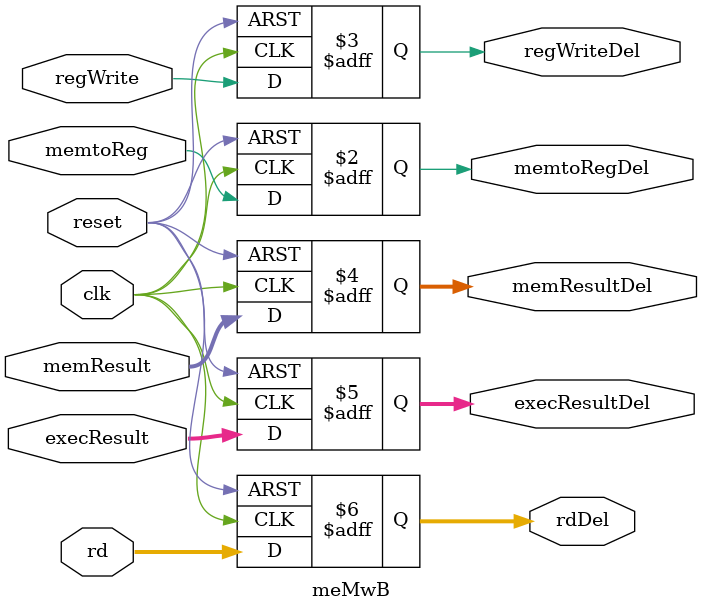
<source format=v>
`timescale 1ns / 1ps
module meMwB(
    input clk,reset,
    input memtoReg, regWrite,
    input [63:0] memResult,
    input [63:0] execResult,
    input [4:0] rd,
    
    output reg memtoRegDel, regWriteDel, 
    output reg [63:0] memResultDel,
    output reg [63:0] execResultDel,
    output reg [4:0] rdDel
    );
    
    
    always@(posedge clk or posedge reset) begin
        if(reset) begin
            memtoRegDel = 0;  regWriteDel = 0; 
            memResultDel = 0; 
            execResultDel = 0; 
            rdDel = 0; 
        end else begin
            memtoRegDel = memtoReg;  regWriteDel = regWrite; 
            memResultDel = memResult; 
            execResultDel = execResult; 
            rdDel = rd; 
        end
    end
endmodule

</source>
